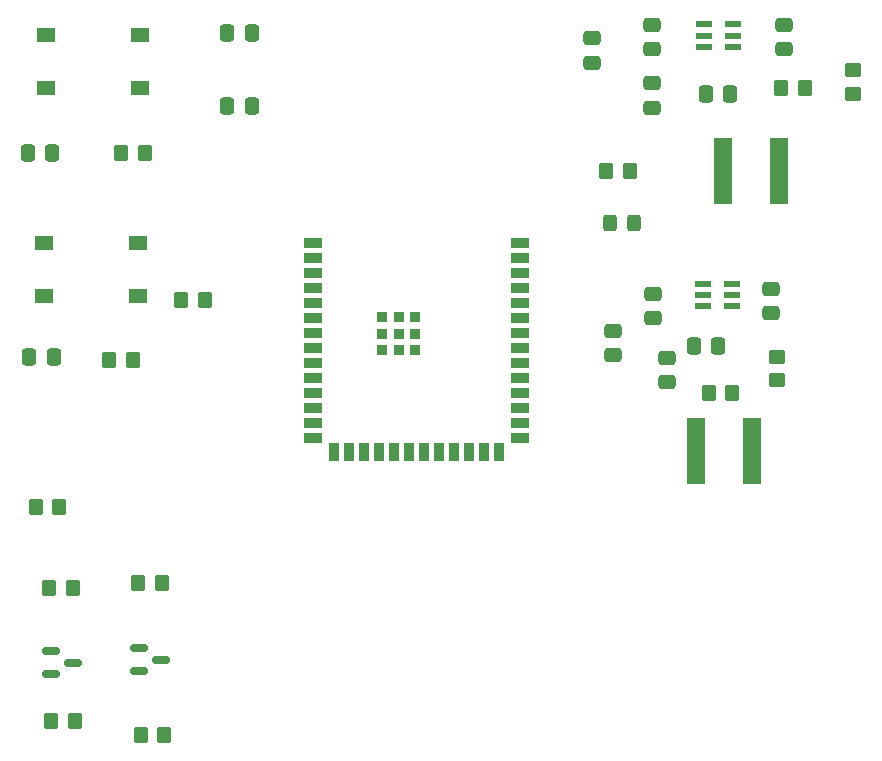
<source format=gtp>
G04 #@! TF.GenerationSoftware,KiCad,Pcbnew,7.0.7*
G04 #@! TF.CreationDate,2023-10-24T20:00:19-05:00*
G04 #@! TF.ProjectId,esp32_example,65737033-325f-4657-9861-6d706c652e6b,rev?*
G04 #@! TF.SameCoordinates,Original*
G04 #@! TF.FileFunction,Paste,Top*
G04 #@! TF.FilePolarity,Positive*
%FSLAX46Y46*%
G04 Gerber Fmt 4.6, Leading zero omitted, Abs format (unit mm)*
G04 Created by KiCad (PCBNEW 7.0.7) date 2023-10-24 20:00:19*
%MOMM*%
%LPD*%
G01*
G04 APERTURE LIST*
G04 Aperture macros list*
%AMRoundRect*
0 Rectangle with rounded corners*
0 $1 Rounding radius*
0 $2 $3 $4 $5 $6 $7 $8 $9 X,Y pos of 4 corners*
0 Add a 4 corners polygon primitive as box body*
4,1,4,$2,$3,$4,$5,$6,$7,$8,$9,$2,$3,0*
0 Add four circle primitives for the rounded corners*
1,1,$1+$1,$2,$3*
1,1,$1+$1,$4,$5*
1,1,$1+$1,$6,$7*
1,1,$1+$1,$8,$9*
0 Add four rect primitives between the rounded corners*
20,1,$1+$1,$2,$3,$4,$5,0*
20,1,$1+$1,$4,$5,$6,$7,0*
20,1,$1+$1,$6,$7,$8,$9,0*
20,1,$1+$1,$8,$9,$2,$3,0*%
G04 Aperture macros list end*
%ADD10RoundRect,0.150000X-0.587500X-0.150000X0.587500X-0.150000X0.587500X0.150000X-0.587500X0.150000X0*%
%ADD11R,1.340000X0.590000*%
%ADD12R,1.500000X0.900000*%
%ADD13R,0.900000X1.500000*%
%ADD14R,0.900000X0.900000*%
%ADD15R,1.550000X1.300000*%
%ADD16RoundRect,0.250000X0.350000X0.450000X-0.350000X0.450000X-0.350000X-0.450000X0.350000X-0.450000X0*%
%ADD17RoundRect,0.250000X-0.350000X-0.450000X0.350000X-0.450000X0.350000X0.450000X-0.350000X0.450000X0*%
%ADD18RoundRect,0.250000X0.450000X-0.350000X0.450000X0.350000X-0.450000X0.350000X-0.450000X-0.350000X0*%
%ADD19R,1.600000X5.700000*%
%ADD20RoundRect,0.250000X-0.325000X-0.450000X0.325000X-0.450000X0.325000X0.450000X-0.325000X0.450000X0*%
%ADD21RoundRect,0.250000X-0.337500X-0.475000X0.337500X-0.475000X0.337500X0.475000X-0.337500X0.475000X0*%
%ADD22RoundRect,0.250000X0.337500X0.475000X-0.337500X0.475000X-0.337500X-0.475000X0.337500X-0.475000X0*%
%ADD23RoundRect,0.250000X0.475000X-0.337500X0.475000X0.337500X-0.475000X0.337500X-0.475000X-0.337500X0*%
%ADD24RoundRect,0.250000X-0.475000X0.337500X-0.475000X-0.337500X0.475000X-0.337500X0.475000X0.337500X0*%
G04 APERTURE END LIST*
D10*
X96090500Y-104841000D03*
X96090500Y-106741000D03*
X97965500Y-105791000D03*
D11*
X146288000Y-73980000D03*
X146288000Y-74930000D03*
X146288000Y-75880000D03*
X143908000Y-75880000D03*
X143908000Y-73980000D03*
X143908000Y-74930000D03*
X143999500Y-52959000D03*
X143999500Y-52009000D03*
X143999500Y-53909000D03*
X146379500Y-53909000D03*
X146379500Y-52959000D03*
X146379500Y-52009000D03*
D12*
X110871000Y-70485000D03*
X110871000Y-71755000D03*
X110871000Y-73025000D03*
X110871000Y-74295000D03*
X110871000Y-75565000D03*
X110871000Y-76835000D03*
X110871000Y-78105000D03*
X110871000Y-79375000D03*
X110871000Y-80645000D03*
X110871000Y-81915000D03*
X110871000Y-83185000D03*
X110871000Y-84455000D03*
X110871000Y-85725000D03*
X110871000Y-86995000D03*
D13*
X112636000Y-88245000D03*
X113906000Y-88245000D03*
X115176000Y-88245000D03*
X116446000Y-88245000D03*
X117716000Y-88245000D03*
X118986000Y-88245000D03*
X120256000Y-88245000D03*
X121526000Y-88245000D03*
X122796000Y-88245000D03*
X124066000Y-88245000D03*
X125336000Y-88245000D03*
X126606000Y-88245000D03*
D12*
X128371000Y-86995000D03*
X128371000Y-85725000D03*
X128371000Y-84455000D03*
X128371000Y-83185000D03*
X128371000Y-81915000D03*
X128371000Y-80645000D03*
X128371000Y-79375000D03*
X128371000Y-78105000D03*
X128371000Y-76835000D03*
X128371000Y-75565000D03*
X128371000Y-74295000D03*
X128371000Y-73025000D03*
X128371000Y-71755000D03*
X128371000Y-70485000D03*
D14*
X116721000Y-76805000D03*
X116721000Y-78205000D03*
X116721000Y-79605000D03*
X116721000Y-79605000D03*
X118121000Y-76805000D03*
X118121000Y-76805000D03*
X118121000Y-78205000D03*
X118121000Y-79605000D03*
X119521000Y-76805000D03*
X119521000Y-78205000D03*
X119521000Y-79605000D03*
D15*
X96050000Y-70521000D03*
X88100000Y-70521000D03*
X96050000Y-75021000D03*
X88100000Y-75021000D03*
X96177000Y-52868000D03*
X88227000Y-52868000D03*
X96177000Y-57368000D03*
X88227000Y-57368000D03*
D16*
X95615000Y-80391000D03*
X93615000Y-80391000D03*
X96631000Y-62865000D03*
X94631000Y-62865000D03*
X98028000Y-99314000D03*
X96028000Y-99314000D03*
X88535000Y-99695000D03*
X90535000Y-99695000D03*
D17*
X89376000Y-92837000D03*
X87376000Y-92837000D03*
X98266000Y-112141000D03*
X96266000Y-112141000D03*
D16*
X90662000Y-110998000D03*
X88662000Y-110998000D03*
D17*
X99711000Y-75311000D03*
X101711000Y-75311000D03*
D18*
X150114000Y-80153000D03*
X150114000Y-82153000D03*
D17*
X144352000Y-83185000D03*
X146352000Y-83185000D03*
X135652000Y-64389000D03*
X137652000Y-64389000D03*
D18*
X156591000Y-57896000D03*
X156591000Y-55896000D03*
D17*
X150511000Y-57404000D03*
X152511000Y-57404000D03*
D10*
X88676000Y-105095000D03*
X88676000Y-106995000D03*
X90551000Y-106045000D03*
D19*
X148019000Y-88138000D03*
X143319000Y-88138000D03*
X150305000Y-64389000D03*
X145605000Y-64389000D03*
D20*
X136008000Y-68834000D03*
X138058000Y-68834000D03*
D21*
X103589000Y-58928000D03*
X105664000Y-58928000D03*
X103589000Y-52705000D03*
X105664000Y-52705000D03*
D22*
X88900000Y-80137000D03*
X86825000Y-80137000D03*
X88794500Y-62865000D03*
X86719500Y-62865000D03*
D23*
X140843000Y-80242500D03*
X140843000Y-82317500D03*
X136271000Y-77956500D03*
X136271000Y-80031500D03*
D21*
X145182500Y-79248000D03*
X143107500Y-79248000D03*
D24*
X149606000Y-76475500D03*
X149606000Y-74400500D03*
D23*
X139637000Y-74803000D03*
X139637000Y-76878000D03*
X139573000Y-59076500D03*
X139573000Y-57001500D03*
X134493000Y-55245000D03*
X134493000Y-53170000D03*
D21*
X144102000Y-57912000D03*
X146177000Y-57912000D03*
D24*
X150749000Y-52027000D03*
X150749000Y-54102000D03*
D23*
X139573000Y-54123500D03*
X139573000Y-52048500D03*
M02*

</source>
